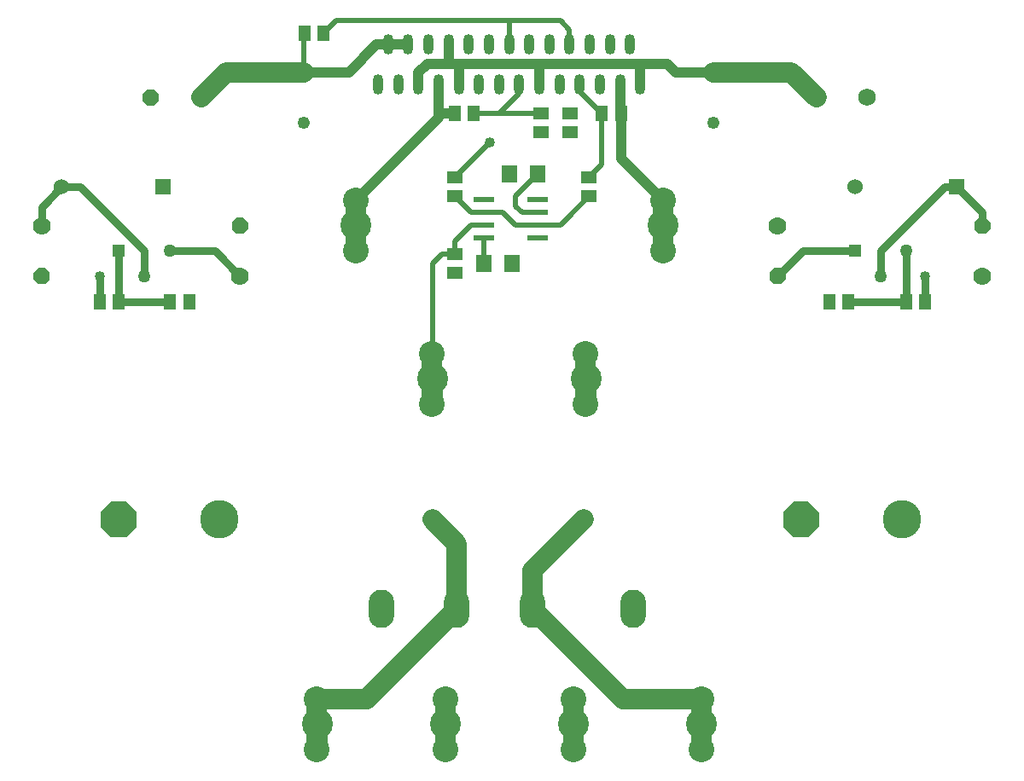
<source format=gbr>
G04 DipTrace 2.3.1.0*
%INTop.gbr*%
%MOIN*%
%ADD13C,0.08*%
%ADD14C,0.03*%
%ADD15C,0.02*%
%ADD16C,0.04*%
%ADD20C,0.1*%
%ADD21O,0.1X0.15*%
%ADD22R,0.063X0.0709*%
%ADD23C,0.15*%
%ADD24C,0.0689*%
%ADD25C,0.0492*%
%ADD26C,0.07*%
%ADD27R,0.0787X0.0236*%
%ADD28O,0.04X0.08*%
%ADD29C,0.12*%
%ADD30C,0.05*%
%ADD31R,0.0512X0.0512*%
%ADD32R,0.0591X0.0512*%
%ADD33R,0.0512X0.0591*%
%ADD34R,0.0591X0.0591*%
%ADD35C,0.06*%
%FSLAX44Y44*%
G04*
G70*
G90*
G75*
G01*
%LNTop*%
%LPD*%
X21937Y7406D2*
D13*
Y5437D1*
X26937Y7406D2*
Y5437D1*
X27421Y20921D2*
Y18953D1*
X27437Y19937D2*
Y18969D1*
X27421Y18953D1*
X26937Y6437D2*
Y5437D1*
X21937Y6437D2*
Y5437D1*
X24539Y24437D2*
D14*
X24562D1*
X22312Y24062D2*
D3*
X24437Y27937D2*
D3*
X25687Y29562D2*
Y29563D1*
X26812Y29562D2*
Y29563D1*
X23437Y25937D2*
D15*
X22937D1*
X22311Y25311D1*
Y24811D1*
X21421Y20921D2*
X21437Y20937D1*
Y24437D1*
X21811Y24811D1*
X22311D1*
X21421Y20921D2*
D13*
Y18953D1*
X21437Y19937D2*
Y18969D1*
X21421Y18953D1*
X23437Y26437D2*
D15*
X24187D1*
X24687Y25937D1*
X25563D1*
X22311Y27063D2*
X22937Y26437D1*
X23437D1*
X25563Y25937D2*
X26437D1*
X26687Y26187D1*
Y26189D1*
X27561Y27063D1*
X24831Y31441D2*
Y31086D1*
X24055Y30311D1*
X24054Y30312D1*
X23061D1*
X25687Y30311D2*
X24055D1*
X22311Y27811D2*
X23687Y29187D1*
X21681Y31441D2*
D16*
Y30150D1*
X18453Y26921D1*
X22313Y30312D2*
X21681D1*
Y30150D1*
X18453Y26921D2*
D13*
Y24953D1*
X18437Y25937D2*
Y26906D1*
X18453Y26921D1*
X28063Y30312D2*
D15*
Y28313D1*
X27561Y27811D1*
X28063Y30312D2*
X27187Y31188D1*
Y31435D1*
X27193Y31441D1*
X26812Y30312D2*
Y30311D1*
X28768Y31441D2*
D16*
Y30355D1*
X28811Y30312D1*
Y28547D1*
X30437Y26921D1*
D13*
Y24953D1*
Y25937D2*
Y24953D1*
X16921Y7421D2*
X18874D1*
X22390Y10937D1*
Y13484D1*
X21437Y14437D1*
X16921Y7421D2*
Y5453D1*
X16937Y6437D2*
Y5469D1*
X16921Y5453D1*
X25343Y10937D2*
Y12437D1*
X27343Y14437D1*
X31937Y7406D2*
X28874D1*
X25343Y10937D1*
X31937Y7406D2*
Y5437D1*
Y6437D2*
Y5437D1*
X16421Y31921D2*
D16*
X18171D1*
X19257Y33007D1*
X19713D1*
X20500D1*
X16421Y31921D2*
D15*
Y33421D1*
X16437Y33437D1*
X16421Y31921D2*
D13*
X13390D1*
X12406Y30937D1*
X11937Y22937D2*
D14*
X11935D1*
X20894Y31441D2*
D16*
Y31894D1*
X21250Y32250D1*
X22075D1*
X22469D1*
X25618D1*
X29555D1*
X30625D1*
X30953Y31921D1*
X32421D1*
X22075Y33007D2*
Y32250D1*
X22469Y31441D2*
Y32250D1*
X25618Y31441D2*
Y32250D1*
X29555Y31441D2*
Y32250D1*
X32421Y31921D2*
D13*
X35453D1*
X36437Y30937D1*
X36937Y22937D2*
D14*
D3*
X26799Y33007D2*
D15*
Y33575D1*
X26437Y33937D1*
X24437D1*
X17685D1*
X17185Y33437D1*
X24437Y33007D2*
Y33937D1*
X11187Y22937D2*
D14*
X9185D1*
Y24935D1*
X9187Y24937D1*
X6956Y27437D2*
X7687D1*
X10187Y24937D1*
Y23937D1*
X6171Y25921D2*
Y26652D1*
X6956Y27437D1*
X8437Y22937D2*
Y23937D1*
X25563Y26437D2*
D15*
X24937D1*
X24687Y26687D1*
Y27085D1*
X25539Y27937D1*
X37937Y24937D2*
D14*
X35906D1*
X34921Y23953D1*
X25562Y27937D2*
X25539D1*
X41932Y27437D2*
X41437D1*
X38937Y24937D1*
Y23937D1*
X42921Y25921D2*
Y26448D1*
X41932Y27437D1*
X40687Y23937D2*
Y22939D1*
X40685Y22937D1*
X37685D2*
X39937D1*
Y24937D2*
Y22937D1*
X23437Y25437D2*
D15*
Y24437D1*
X11187Y24937D2*
D14*
X12937D1*
X13921Y23953D1*
X23437Y24437D2*
D3*
D16*
X26812Y30312D3*
X23687Y29187D3*
X8437Y23937D3*
X11937Y22937D3*
X23437Y24437D3*
X36937Y22937D3*
X40687Y23937D3*
X25562Y27937D3*
X24562Y24437D3*
X22312Y24062D3*
X25687Y29562D3*
X26812D3*
X24437Y27937D3*
D20*
X16921Y5453D3*
Y7421D3*
X31937Y5437D3*
Y7406D3*
D21*
X19437Y10937D3*
X22390D3*
X25343D3*
X29295D3*
D22*
X25539Y27937D3*
X24437D3*
X24539Y24437D3*
X23437D3*
G36*
X36131Y13744D2*
X35556D1*
X35151Y14150D1*
Y14724D1*
X35556Y15130D1*
X36131D1*
X36536Y14724D1*
Y14150D1*
X36131Y13744D1*
G37*
D23*
X39781Y14437D3*
G36*
X9474Y13744D2*
X8900D1*
X8494Y14150D1*
Y14724D1*
X8900Y15130D1*
X9474D1*
X9880Y14724D1*
Y14150D1*
X9474Y13744D1*
G37*
D23*
X13124Y14437D3*
G36*
X36569Y30619D2*
X36305D1*
X36119Y30805D1*
Y31069D1*
X36305Y31255D1*
X36569D1*
X36755Y31069D1*
Y30805D1*
X36569Y30619D1*
G37*
D24*
X38406Y30937D3*
G36*
X10569Y30619D2*
X10305D1*
X10119Y30805D1*
Y31069D1*
X10305Y31255D1*
X10569D1*
X10755Y31069D1*
Y30805D1*
X10569Y30619D1*
G37*
D24*
X12406Y30937D3*
D25*
X32421Y29953D3*
Y31921D3*
X16421D3*
Y29953D3*
G36*
X35240Y24085D2*
Y23821D1*
X35053Y23634D1*
X34789D1*
X34603Y23821D1*
Y24085D1*
X34789Y24271D1*
X35053D1*
X35240Y24085D1*
G37*
D26*
X34921Y25921D3*
G36*
X13603Y25789D2*
Y26053D1*
X13789Y26240D1*
X14053D1*
X14240Y26053D1*
Y25789D1*
X14053Y25603D1*
X13789D1*
X13603Y25789D1*
G37*
D26*
X13921Y23953D3*
G36*
X42603Y25789D2*
Y26053D1*
X42789Y26240D1*
X43053D1*
X43240Y26053D1*
Y25789D1*
X43053Y25603D1*
X42789D1*
X42603Y25789D1*
G37*
D26*
X42921Y23953D3*
G36*
X6490Y24085D2*
Y23821D1*
X6303Y23634D1*
X6039D1*
X5853Y23821D1*
Y24085D1*
X6039Y24271D1*
X6303D1*
X6490Y24085D1*
G37*
D26*
X6171Y25921D3*
X21437Y14437D3*
X27343D3*
D20*
X21937Y5437D3*
Y7406D3*
X26937Y5437D3*
Y7406D3*
D27*
X23437Y26937D3*
Y26437D3*
Y25937D3*
Y25437D3*
X25563D3*
Y25937D3*
Y26437D3*
Y26937D3*
D28*
X19319Y31441D3*
X19713Y33007D3*
X20106Y31441D3*
X20500Y33007D3*
X20894Y31441D3*
X21287Y33007D3*
X21681Y31441D3*
X22075Y33007D3*
X22469Y31441D3*
X22862Y33007D3*
X23256Y31441D3*
X23650Y33007D3*
X24043Y31441D3*
X24437Y33007D3*
X24831Y31441D3*
X25224Y33007D3*
X25618Y31441D3*
X26012Y33007D3*
X26406Y31441D3*
X26799Y33007D3*
X27193Y31441D3*
X27587Y33007D3*
X27980Y31441D3*
X28374Y33007D3*
X28768Y31441D3*
X29161Y33007D3*
X29555Y31441D3*
D20*
X27421Y18953D3*
Y20921D3*
X21421Y18953D3*
Y20921D3*
X18453Y24953D3*
Y26921D3*
X30437Y24953D3*
Y26921D3*
D29*
X21437Y19937D3*
X27437D3*
X30437Y25937D3*
X18437D3*
X16937Y6437D3*
X21937D3*
X26937D3*
X31937D3*
D30*
X39937Y24937D3*
X38937Y23937D3*
D31*
X37937Y24937D3*
D30*
X11187D3*
X10187Y23937D3*
D31*
X9187Y24937D3*
D32*
X22311Y24063D3*
Y24811D3*
Y27811D3*
Y27063D3*
D33*
X22313Y30312D3*
X23061D3*
D32*
X25687Y30311D3*
Y29563D3*
X27561Y27811D3*
Y27063D3*
D33*
X28811Y30312D3*
X28063D3*
D32*
X26812Y30311D3*
Y29563D3*
D33*
X36937Y22937D3*
X37685D3*
X11187D3*
X11935D3*
X39937D3*
X40685D3*
X8437D3*
X9185D3*
X16437Y33437D3*
X17185D3*
D34*
X41932Y27437D3*
D35*
X37956D3*
D34*
X10932D3*
D35*
X6956D3*
M02*

</source>
